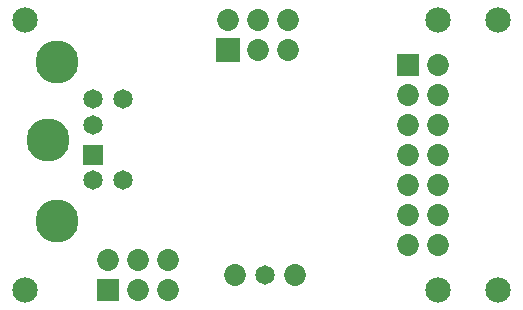
<source format=gbs>
G04 Rezonit PCAD EXPORT*
G04 layer position = 3*
G04 layer base position = 3*
G04 layer type = 9*
G04 layer flash color = 8*
G04 layer line color = 9*
G04*
G04  File:            KB4Y805__.GBS, Fri May 20 23:11:06 2022*
G04  Source:          P-CAD 2006 PCB, Version 19.02.958, (D:\PCAD\MSX_KBD\Y805\kb4y805__.PCB)*
G04  Format:          Gerber Format (RS-274-D), ASCII*
G04*
G04  Format Options:  Absolute Positioning*
G04                   Leading-Zero Suppression*
G04                   Scale Factor 1:1*
G04                   NO Circular Interpolation*
G04                   Millimeter Units*
G04                   Numeric Format: 4.4 (XXXX.XXXX)*
G04                   G54 NOT Used for Aperture Change*
G04                   Apertures Embedded*
G04*
G04  File Options:    Offset = (0.000mm,0.000mm)*
G04                   Drill Symbol Size = 0.000mm*
G04                   No Pad/Via Holes*
G04*
G04  File Contents:   Pads*
G04                   No Vias*
G04                   No Designators*
G04                   No Types*
G04                   No Values*
G04                   No Drill Symbols*
G04                   Bot Mask*
G04*
%INKB4Y805__.GBS*%
%ICAS*%
%MOMM*%
G04*
G04  Aperture MACROs for general use --- invoked via D-code assignment *
G04*
G04  General MACRO for flashed round with rotation and/or offset hole *
%AMROTOFFROUND*
1,1,$1,0.0000,0.0000*
1,0,$2,$3,$4*%
G04*
G04  General MACRO for flashed oval (obround) with rotation and/or offset hole *
%AMROTOFFOVAL*
21,1,$1,$2,0.0000,0.0000,$3*
1,1,$4,$5,$6*
1,1,$4,0-$5,0-$6*
1,0,$7,$8,$9*%
G04*
G04  General MACRO for flashed oval (obround) with rotation and no hole *
%AMROTOVALNOHOLE*
21,1,$1,$2,0.0000,0.0000,$3*
1,1,$4,$5,$6*
1,1,$4,0-$5,0-$6*%
G04*
G04  General MACRO for flashed rectangle with rotation and/or offset hole *
%AMROTOFFRECT*
21,1,$1,$2,0.0000,0.0000,$3*
1,0,$4,$5,$6*%
G04*
G04  General MACRO for flashed rectangle with rotation and no hole *
%AMROTRECTNOHOLE*
21,1,$1,$2,0.0000,0.0000,$3*%
G04*
G04  General MACRO for flashed rounded-rectangle *
%AMROUNDRECT*
21,1,$1,$2-$4,0.0000,0.0000,$3*
21,1,$1-$4,$2,0.0000,0.0000,$3*
1,1,$4,$5,$6*
1,1,$4,$7,$8*
1,1,$4,0-$5,0-$6*
1,1,$4,0-$7,0-$8*
1,0,$9,$10,$11*%
G04*
G04  General MACRO for flashed rounded-rectangle with rotation and no hole *
%AMROUNDRECTNOHOLE*
21,1,$1,$2-$4,0.0000,0.0000,$3*
21,1,$1-$4,$2,0.0000,0.0000,$3*
1,1,$4,$5,$6*
1,1,$4,$7,$8*
1,1,$4,0-$5,0-$6*
1,1,$4,0-$7,0-$8*%
G04*
G04  General MACRO for flashed regular polygon *
%AMREGPOLY*
5,1,$1,0.0000,0.0000,$2,$3+$4*
1,0,$5,$6,$7*%
G04*
G04  General MACRO for flashed regular polygon with no hole *
%AMREGPOLYNOHOLE*
5,1,$1,0.0000,0.0000,$2,$3+$4*%
G04*
G04  General MACRO for target *
%AMTARGET*
6,0,0,$1,$2,$3,4,$4,$5,$6*%
G04*
G04  General MACRO for mounting hole *
%AMMTHOLE*
1,1,$1,0,0*
1,0,$2,0,0*
$1=$1-$2*
$1=$1/2*
21,1,$2+$1,$3,0,0,$4*
21,1,$3,$2+$1,0,0,$4*%
G04*
G04*
G04  D10 : "Ellipse X0.254mm Y0.254mm H0.000mm 0.0deg (0.000mm,0.000mm) Draw"*
G04  Disc: OuterDia=0.2540*
%ADD10C, 0.2540*%
G04  D11 : "Ellipse X0.300mm Y0.300mm H0.000mm 0.0deg (0.000mm,0.000mm) Draw"*
G04  Disc: OuterDia=0.3000*
%ADD11C, 0.3000*%
G04  D12 : "Ellipse X0.381mm Y0.381mm H0.000mm 0.0deg (0.000mm,0.000mm) Draw"*
G04  Disc: OuterDia=0.3810*
%ADD12C, 0.3810*%
G04  D13 : "Ellipse X0.400mm Y0.400mm H0.000mm 0.0deg (0.000mm,0.000mm) Draw"*
G04  Disc: OuterDia=0.4000*
%ADD13C, 0.4000*%
G04  D14 : "Ellipse X0.500mm Y0.500mm H0.000mm 0.0deg (0.000mm,0.000mm) Draw"*
G04  Disc: OuterDia=0.5000*
%ADD14C, 0.5000*%
G04  D15 : "Ellipse X0.050mm Y0.050mm H0.000mm 0.0deg (0.000mm,0.000mm) Draw"*
G04  Disc: OuterDia=0.0500*
%ADD15C, 0.0500*%
G04  D16 : "Ellipse X0.635mm Y0.635mm H0.000mm 0.0deg (0.000mm,0.000mm) Draw"*
G04  Disc: OuterDia=0.6350*
%ADD16C, 0.6350*%
G04  D17 : "Ellipse X0.100mm Y0.100mm H0.000mm 0.0deg (0.000mm,0.000mm) Draw"*
G04  Disc: OuterDia=0.1000*
%ADD17C, 0.1000*%
G04  D18 : "Ellipse X0.127mm Y0.127mm H0.000mm 0.0deg (0.000mm,0.000mm) Draw"*
G04  Disc: OuterDia=0.1270*
%ADD18C, 0.1270*%
G04  D19 : "Ellipse X0.200mm Y0.200mm H0.000mm 0.0deg (0.000mm,0.000mm) Draw"*
G04  Disc: OuterDia=0.2000*
%ADD19C, 0.2000*%
G04  D20 : "Ellipse X0.250mm Y0.250mm H0.000mm 0.0deg (0.000mm,0.000mm) Draw"*
G04  Disc: OuterDia=0.2500*
%ADD20C, 0.2500*%
G04  D21 : "Ellipse X3.500mm Y3.500mm H0.000mm 0.0deg (0.000mm,0.000mm) Flash"*
G04  Disc: OuterDia=3.5000*
%ADD21C, 3.5000*%
G04  D22 : "Ellipse X3.652mm Y3.652mm H0.000mm 0.0deg (0.000mm,0.000mm) Flash"*
G04  Disc: OuterDia=3.6520*
%ADD22C, 3.6520*%
G04  D23 : "Ellipse X1.500mm Y1.500mm H0.000mm 0.0deg (0.000mm,0.000mm) Flash"*
G04  Disc: OuterDia=1.5000*
%ADD23C, 1.5000*%
G04  D24 : "Ellipse X1.652mm Y1.652mm H0.000mm 0.0deg (0.000mm,0.000mm) Flash"*
G04  Disc: OuterDia=1.6520*
%ADD24C, 1.6520*%
G04  D25 : "Ellipse X1.700mm Y1.700mm H0.000mm 0.0deg (0.000mm,0.000mm) Flash"*
G04  Disc: OuterDia=1.7000*
%ADD25C, 1.7000*%
G04  D26 : "Ellipse X1.852mm Y1.852mm H0.000mm 0.0deg (0.000mm,0.000mm) Flash"*
G04  Disc: OuterDia=1.8520*
%ADD26C, 1.8520*%
G04  D27 : "Ellipse X2.152mm Y2.152mm H0.000mm 0.0deg (0.000mm,0.000mm) Flash"*
G04  Disc: OuterDia=2.1520*
%ADD27C, 2.1520*%
G04  D28 : "Mounting Hole X2.000mm Y2.000mm H0.000mm 0.0deg (0.000mm,0.000mm) Flash"*
G04  Mounting Hole: Diameter=2.0000, Rotation=0.0, LineWidth=0.1270 *
%ADD28MTHOLE, 2.0000 X1.4920 X0.1270 X0.0*%
G04  D29 : "Rectangle X1.500mm Y1.500mm H0.000mm 0.0deg (0.000mm,0.000mm) Flash"*
G04  Square: Side=1.5000, Rotation=0.0, OffsetX=0.0000, OffsetY=0.0000, HoleDia=0.0000*
%ADD29R, 1.5000 X1.5000*%
G04  D30 : "Rectangle X1.524mm Y1.422mm H0.000mm 0.0deg (0.000mm,0.000mm) Flash"*
G04  Rectangular: DimX=1.5240, DimY=1.4224, Rotation=0.0, OffsetX=0.0000, OffsetY=0.0000, HoleDia=0.0000 *
%ADD30R, 1.5240 X1.4224*%
G04  D31 : "Rectangle X1.652mm Y1.652mm H0.000mm 0.0deg (0.000mm,0.000mm) Flash"*
G04  Square: Side=1.6520, Rotation=0.0, OffsetX=0.0000, OffsetY=0.0000, HoleDia=0.0000*
%ADD31R, 1.6520 X1.6520*%
G04  D32 : "Rectangle X1.676mm Y1.574mm H0.000mm 0.0deg (0.000mm,0.000mm) Flash"*
G04  Rectangular: DimX=1.6760, DimY=1.5744, Rotation=0.0, OffsetX=0.0000, OffsetY=0.0000, HoleDia=0.0000 *
%ADD32R, 1.6760 X1.5744*%
G04  D33 : "Rectangle X1.700mm Y1.700mm H0.000mm 0.0deg (0.000mm,0.000mm) Flash"*
G04  Square: Side=1.7000, Rotation=0.0, OffsetX=0.0000, OffsetY=0.0000, HoleDia=0.0000*
%ADD33R, 1.7000 X1.7000*%
G04  D34 : "Rectangle X1.852mm Y1.852mm H0.000mm 0.0deg (0.000mm,0.000mm) Flash"*
G04  Square: Side=1.8520, Rotation=0.0, OffsetX=0.0000, OffsetY=0.0000, HoleDia=0.0000*
%ADD34R, 1.8520 X1.8520*%
G04  D35 : "Rectangle X1.900mm Y1.600mm H0.000mm 0.0deg (0.000mm,0.000mm) Flash"*
G04  Rectangular: DimX=1.9000, DimY=1.6000, Rotation=0.0, OffsetX=0.0000, OffsetY=0.0000, HoleDia=0.0000 *
%ADD35R, 1.9000 X1.6000*%
G04  D36 : "Rectangle X2.000mm Y2.000mm H0.000mm 0.0deg (0.000mm,0.000mm) Flash"*
G04  Square: Side=2.0000, Rotation=0.0, OffsetX=0.0000, OffsetY=0.0000, HoleDia=0.0000*
%ADD36R, 2.0000 X2.0000*%
G04  D37 : "Rectangle X2.032mm Y0.660mm H0.000mm 0.0deg (0.000mm,0.000mm) Flash"*
G04  Rectangular: DimX=2.0320, DimY=0.6604, Rotation=0.0, OffsetX=0.0000, OffsetY=0.0000, HoleDia=0.0000 *
%ADD37R, 2.0320 X0.6604*%
G04  D38 : "Rectangle X2.052mm Y1.752mm H0.000mm 0.0deg (0.000mm,0.000mm) Flash"*
G04  Rectangular: DimX=2.0520, DimY=1.7520, Rotation=0.0, OffsetX=0.0000, OffsetY=0.0000, HoleDia=0.0000 *
%ADD38R, 2.0520 X1.7520*%
G04  D39 : "Rectangle X2.152mm Y2.152mm H0.000mm 0.0deg (0.000mm,0.000mm) Flash"*
G04  Square: Side=2.1520, Rotation=0.0, OffsetX=0.0000, OffsetY=0.0000, HoleDia=0.0000*
%ADD39R, 2.1520 X2.1520*%
G04  D40 : "Rectangle X2.184mm Y0.812mm H0.000mm 0.0deg (0.000mm,0.000mm) Flash"*
G04  Rectangular: DimX=2.1840, DimY=0.8124, Rotation=0.0, OffsetX=0.0000, OffsetY=0.0000, HoleDia=0.0000 *
%ADD40R, 2.1840 X0.8124*%
G04  D41 : "Ellipse X1.016mm Y1.016mm H0.000mm 0.0deg (0.000mm,0.000mm) Flash"*
G04  Disc: OuterDia=1.0160*
%ADD41C, 1.0160*%
G04  D42 : "Ellipse X1.168mm Y1.168mm H0.000mm 0.0deg (0.000mm,0.000mm) Flash"*
G04  Disc: OuterDia=1.1680*
%ADD42C, 1.1680*%
G04*
%FSLAX44Y44*%
%SFA1B1*%
%OFA0.000B0.000*%
G04*
G71*
G90*
G01*
D2*
%LNBot Mask*%
D27*
X514350Y469900D3*
Y698500D3*
D24*
X717550Y482600D3*
D27*
X863600Y469900D3*
Y698500D3*
X914400Y469900D3*
Y698500D3*
D26*
X685800D3*
X711200D3*
X736600D3*
D39*
X685800Y673100D3*
D26*
X711200D3*
X736600D3*
D24*
X571500Y562610D3*
X596900D3*
D31*
X571500Y584200D3*
D24*
Y631190D3*
X596900D3*
X571500Y609600D3*
D22*
X533400Y596900D3*
X541020Y528320D3*
Y662940D3*
D26*
X863600Y533400D3*
Y558800D3*
Y609600D3*
Y635000D3*
Y508000D3*
Y584200D3*
Y660400D3*
X838200Y533400D3*
Y558800D3*
Y609600D3*
Y635000D3*
Y508000D3*
Y584200D3*
D34*
Y660400D3*
D26*
X584200Y495300D3*
X609600D3*
X635000D3*
D34*
X584200Y469900D3*
D26*
X609600D3*
X635000D3*
X692150Y482600D3*
X742950D3*
D02M02*

</source>
